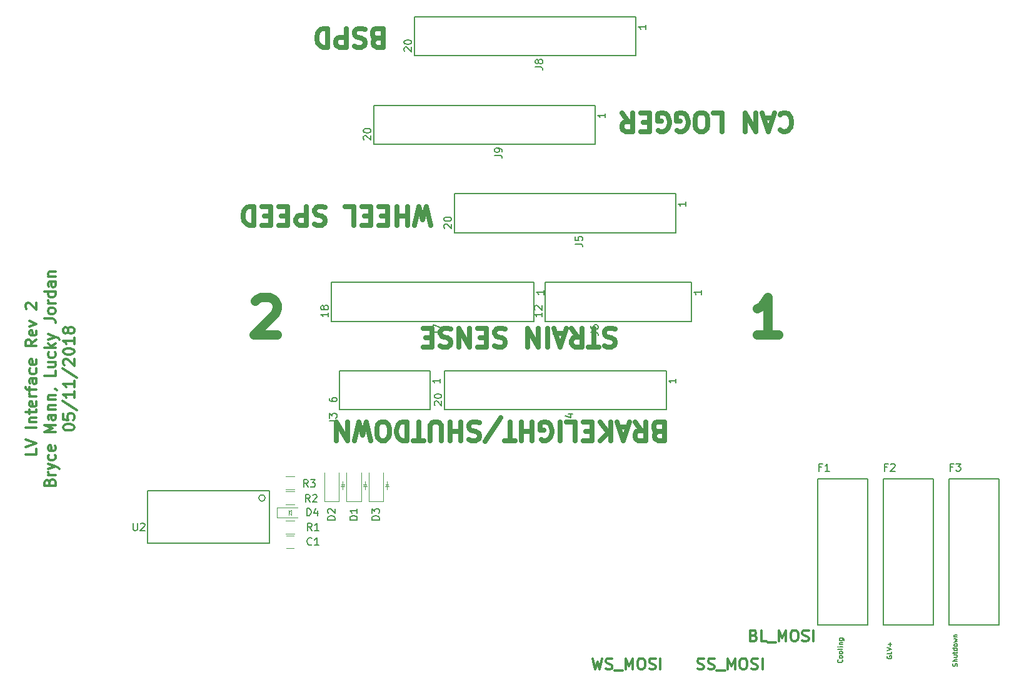
<source format=gbr>
G04 #@! TF.FileFunction,Legend,Top*
%FSLAX46Y46*%
G04 Gerber Fmt 4.6, Leading zero omitted, Abs format (unit mm)*
G04 Created by KiCad (PCBNEW 4.0.7) date 05/11/18 03:08:00*
%MOMM*%
%LPD*%
G01*
G04 APERTURE LIST*
%ADD10C,0.100000*%
%ADD11C,1.270000*%
%ADD12C,0.300000*%
%ADD13C,0.635000*%
%ADD14C,0.159100*%
%ADD15C,0.150000*%
%ADD16C,0.120000*%
G04 APERTURE END LIST*
D10*
D11*
X131626429Y-103263095D02*
X128723572Y-103263095D01*
X130175001Y-103263095D02*
X130175001Y-98183095D01*
X129691191Y-98908810D01*
X129207382Y-99392619D01*
X128723572Y-99634524D01*
X60778572Y-98666905D02*
X61020477Y-98425000D01*
X61504286Y-98183095D01*
X62713810Y-98183095D01*
X63197620Y-98425000D01*
X63439524Y-98666905D01*
X63681429Y-99150714D01*
X63681429Y-99634524D01*
X63439524Y-100360238D01*
X60536667Y-103263095D01*
X63681429Y-103263095D01*
D12*
X106482143Y-147133571D02*
X106839286Y-148633571D01*
X107125000Y-147562143D01*
X107410714Y-148633571D01*
X107767857Y-147133571D01*
X108267857Y-148562143D02*
X108482143Y-148633571D01*
X108839286Y-148633571D01*
X108982143Y-148562143D01*
X109053572Y-148490714D01*
X109125000Y-148347857D01*
X109125000Y-148205000D01*
X109053572Y-148062143D01*
X108982143Y-147990714D01*
X108839286Y-147919286D01*
X108553572Y-147847857D01*
X108410714Y-147776429D01*
X108339286Y-147705000D01*
X108267857Y-147562143D01*
X108267857Y-147419286D01*
X108339286Y-147276429D01*
X108410714Y-147205000D01*
X108553572Y-147133571D01*
X108910714Y-147133571D01*
X109125000Y-147205000D01*
X109410714Y-148776429D02*
X110553571Y-148776429D01*
X110910714Y-148633571D02*
X110910714Y-147133571D01*
X111410714Y-148205000D01*
X111910714Y-147133571D01*
X111910714Y-148633571D01*
X112910714Y-147133571D02*
X113196428Y-147133571D01*
X113339286Y-147205000D01*
X113482143Y-147347857D01*
X113553571Y-147633571D01*
X113553571Y-148133571D01*
X113482143Y-148419286D01*
X113339286Y-148562143D01*
X113196428Y-148633571D01*
X112910714Y-148633571D01*
X112767857Y-148562143D01*
X112625000Y-148419286D01*
X112553571Y-148133571D01*
X112553571Y-147633571D01*
X112625000Y-147347857D01*
X112767857Y-147205000D01*
X112910714Y-147133571D01*
X114125000Y-148562143D02*
X114339286Y-148633571D01*
X114696429Y-148633571D01*
X114839286Y-148562143D01*
X114910715Y-148490714D01*
X114982143Y-148347857D01*
X114982143Y-148205000D01*
X114910715Y-148062143D01*
X114839286Y-147990714D01*
X114696429Y-147919286D01*
X114410715Y-147847857D01*
X114267857Y-147776429D01*
X114196429Y-147705000D01*
X114125000Y-147562143D01*
X114125000Y-147419286D01*
X114196429Y-147276429D01*
X114267857Y-147205000D01*
X114410715Y-147133571D01*
X114767857Y-147133571D01*
X114982143Y-147205000D01*
X115625000Y-148633571D02*
X115625000Y-147133571D01*
X120666429Y-148562143D02*
X120880715Y-148633571D01*
X121237858Y-148633571D01*
X121380715Y-148562143D01*
X121452144Y-148490714D01*
X121523572Y-148347857D01*
X121523572Y-148205000D01*
X121452144Y-148062143D01*
X121380715Y-147990714D01*
X121237858Y-147919286D01*
X120952144Y-147847857D01*
X120809286Y-147776429D01*
X120737858Y-147705000D01*
X120666429Y-147562143D01*
X120666429Y-147419286D01*
X120737858Y-147276429D01*
X120809286Y-147205000D01*
X120952144Y-147133571D01*
X121309286Y-147133571D01*
X121523572Y-147205000D01*
X122095000Y-148562143D02*
X122309286Y-148633571D01*
X122666429Y-148633571D01*
X122809286Y-148562143D01*
X122880715Y-148490714D01*
X122952143Y-148347857D01*
X122952143Y-148205000D01*
X122880715Y-148062143D01*
X122809286Y-147990714D01*
X122666429Y-147919286D01*
X122380715Y-147847857D01*
X122237857Y-147776429D01*
X122166429Y-147705000D01*
X122095000Y-147562143D01*
X122095000Y-147419286D01*
X122166429Y-147276429D01*
X122237857Y-147205000D01*
X122380715Y-147133571D01*
X122737857Y-147133571D01*
X122952143Y-147205000D01*
X123237857Y-148776429D02*
X124380714Y-148776429D01*
X124737857Y-148633571D02*
X124737857Y-147133571D01*
X125237857Y-148205000D01*
X125737857Y-147133571D01*
X125737857Y-148633571D01*
X126737857Y-147133571D02*
X127023571Y-147133571D01*
X127166429Y-147205000D01*
X127309286Y-147347857D01*
X127380714Y-147633571D01*
X127380714Y-148133571D01*
X127309286Y-148419286D01*
X127166429Y-148562143D01*
X127023571Y-148633571D01*
X126737857Y-148633571D01*
X126595000Y-148562143D01*
X126452143Y-148419286D01*
X126380714Y-148133571D01*
X126380714Y-147633571D01*
X126452143Y-147347857D01*
X126595000Y-147205000D01*
X126737857Y-147133571D01*
X127952143Y-148562143D02*
X128166429Y-148633571D01*
X128523572Y-148633571D01*
X128666429Y-148562143D01*
X128737858Y-148490714D01*
X128809286Y-148347857D01*
X128809286Y-148205000D01*
X128737858Y-148062143D01*
X128666429Y-147990714D01*
X128523572Y-147919286D01*
X128237858Y-147847857D01*
X128095000Y-147776429D01*
X128023572Y-147705000D01*
X127952143Y-147562143D01*
X127952143Y-147419286D01*
X128023572Y-147276429D01*
X128095000Y-147205000D01*
X128237858Y-147133571D01*
X128595000Y-147133571D01*
X128809286Y-147205000D01*
X129452143Y-148633571D02*
X129452143Y-147133571D01*
X128294286Y-144037857D02*
X128508572Y-144109286D01*
X128580000Y-144180714D01*
X128651429Y-144323571D01*
X128651429Y-144537857D01*
X128580000Y-144680714D01*
X128508572Y-144752143D01*
X128365714Y-144823571D01*
X127794286Y-144823571D01*
X127794286Y-143323571D01*
X128294286Y-143323571D01*
X128437143Y-143395000D01*
X128508572Y-143466429D01*
X128580000Y-143609286D01*
X128580000Y-143752143D01*
X128508572Y-143895000D01*
X128437143Y-143966429D01*
X128294286Y-144037857D01*
X127794286Y-144037857D01*
X130008572Y-144823571D02*
X129294286Y-144823571D01*
X129294286Y-143323571D01*
X130151429Y-144966429D02*
X131294286Y-144966429D01*
X131651429Y-144823571D02*
X131651429Y-143323571D01*
X132151429Y-144395000D01*
X132651429Y-143323571D01*
X132651429Y-144823571D01*
X133651429Y-143323571D02*
X133937143Y-143323571D01*
X134080001Y-143395000D01*
X134222858Y-143537857D01*
X134294286Y-143823571D01*
X134294286Y-144323571D01*
X134222858Y-144609286D01*
X134080001Y-144752143D01*
X133937143Y-144823571D01*
X133651429Y-144823571D01*
X133508572Y-144752143D01*
X133365715Y-144609286D01*
X133294286Y-144323571D01*
X133294286Y-143823571D01*
X133365715Y-143537857D01*
X133508572Y-143395000D01*
X133651429Y-143323571D01*
X134865715Y-144752143D02*
X135080001Y-144823571D01*
X135437144Y-144823571D01*
X135580001Y-144752143D01*
X135651430Y-144680714D01*
X135722858Y-144537857D01*
X135722858Y-144395000D01*
X135651430Y-144252143D01*
X135580001Y-144180714D01*
X135437144Y-144109286D01*
X135151430Y-144037857D01*
X135008572Y-143966429D01*
X134937144Y-143895000D01*
X134865715Y-143752143D01*
X134865715Y-143609286D01*
X134937144Y-143466429D01*
X135008572Y-143395000D01*
X135151430Y-143323571D01*
X135508572Y-143323571D01*
X135722858Y-143395000D01*
X136365715Y-144823571D02*
X136365715Y-143323571D01*
X31148571Y-118755713D02*
X31148571Y-119469999D01*
X29648571Y-119469999D01*
X29648571Y-118469999D02*
X31148571Y-117969999D01*
X29648571Y-117469999D01*
X31148571Y-115827142D02*
X29648571Y-115827142D01*
X30148571Y-115112856D02*
X31148571Y-115112856D01*
X30291429Y-115112856D02*
X30220000Y-115041428D01*
X30148571Y-114898570D01*
X30148571Y-114684285D01*
X30220000Y-114541428D01*
X30362857Y-114469999D01*
X31148571Y-114469999D01*
X30148571Y-113969999D02*
X30148571Y-113398570D01*
X29648571Y-113755713D02*
X30934286Y-113755713D01*
X31077143Y-113684285D01*
X31148571Y-113541427D01*
X31148571Y-113398570D01*
X31077143Y-112327142D02*
X31148571Y-112469999D01*
X31148571Y-112755713D01*
X31077143Y-112898570D01*
X30934286Y-112969999D01*
X30362857Y-112969999D01*
X30220000Y-112898570D01*
X30148571Y-112755713D01*
X30148571Y-112469999D01*
X30220000Y-112327142D01*
X30362857Y-112255713D01*
X30505714Y-112255713D01*
X30648571Y-112969999D01*
X31148571Y-111612856D02*
X30148571Y-111612856D01*
X30434286Y-111612856D02*
X30291429Y-111541428D01*
X30220000Y-111469999D01*
X30148571Y-111327142D01*
X30148571Y-111184285D01*
X30148571Y-110898571D02*
X30148571Y-110327142D01*
X31148571Y-110684285D02*
X29862857Y-110684285D01*
X29720000Y-110612857D01*
X29648571Y-110469999D01*
X29648571Y-110327142D01*
X31148571Y-109184285D02*
X30362857Y-109184285D01*
X30220000Y-109255714D01*
X30148571Y-109398571D01*
X30148571Y-109684285D01*
X30220000Y-109827142D01*
X31077143Y-109184285D02*
X31148571Y-109327142D01*
X31148571Y-109684285D01*
X31077143Y-109827142D01*
X30934286Y-109898571D01*
X30791429Y-109898571D01*
X30648571Y-109827142D01*
X30577143Y-109684285D01*
X30577143Y-109327142D01*
X30505714Y-109184285D01*
X31077143Y-107827142D02*
X31148571Y-107969999D01*
X31148571Y-108255713D01*
X31077143Y-108398571D01*
X31005714Y-108469999D01*
X30862857Y-108541428D01*
X30434286Y-108541428D01*
X30291429Y-108469999D01*
X30220000Y-108398571D01*
X30148571Y-108255713D01*
X30148571Y-107969999D01*
X30220000Y-107827142D01*
X31077143Y-106612857D02*
X31148571Y-106755714D01*
X31148571Y-107041428D01*
X31077143Y-107184285D01*
X30934286Y-107255714D01*
X30362857Y-107255714D01*
X30220000Y-107184285D01*
X30148571Y-107041428D01*
X30148571Y-106755714D01*
X30220000Y-106612857D01*
X30362857Y-106541428D01*
X30505714Y-106541428D01*
X30648571Y-107255714D01*
X31148571Y-103898571D02*
X30434286Y-104398571D01*
X31148571Y-104755714D02*
X29648571Y-104755714D01*
X29648571Y-104184286D01*
X29720000Y-104041428D01*
X29791429Y-103970000D01*
X29934286Y-103898571D01*
X30148571Y-103898571D01*
X30291429Y-103970000D01*
X30362857Y-104041428D01*
X30434286Y-104184286D01*
X30434286Y-104755714D01*
X31077143Y-102684286D02*
X31148571Y-102827143D01*
X31148571Y-103112857D01*
X31077143Y-103255714D01*
X30934286Y-103327143D01*
X30362857Y-103327143D01*
X30220000Y-103255714D01*
X30148571Y-103112857D01*
X30148571Y-102827143D01*
X30220000Y-102684286D01*
X30362857Y-102612857D01*
X30505714Y-102612857D01*
X30648571Y-103327143D01*
X30148571Y-102112857D02*
X31148571Y-101755714D01*
X30148571Y-101398572D01*
X29791429Y-99755715D02*
X29720000Y-99684286D01*
X29648571Y-99541429D01*
X29648571Y-99184286D01*
X29720000Y-99041429D01*
X29791429Y-98970000D01*
X29934286Y-98898572D01*
X30077143Y-98898572D01*
X30291429Y-98970000D01*
X31148571Y-99827143D01*
X31148571Y-98898572D01*
X32912857Y-123255714D02*
X32984286Y-123041428D01*
X33055714Y-122970000D01*
X33198571Y-122898571D01*
X33412857Y-122898571D01*
X33555714Y-122970000D01*
X33627143Y-123041428D01*
X33698571Y-123184286D01*
X33698571Y-123755714D01*
X32198571Y-123755714D01*
X32198571Y-123255714D01*
X32270000Y-123112857D01*
X32341429Y-123041428D01*
X32484286Y-122970000D01*
X32627143Y-122970000D01*
X32770000Y-123041428D01*
X32841429Y-123112857D01*
X32912857Y-123255714D01*
X32912857Y-123755714D01*
X33698571Y-122255714D02*
X32698571Y-122255714D01*
X32984286Y-122255714D02*
X32841429Y-122184286D01*
X32770000Y-122112857D01*
X32698571Y-121970000D01*
X32698571Y-121827143D01*
X32698571Y-121470000D02*
X33698571Y-121112857D01*
X32698571Y-120755715D02*
X33698571Y-121112857D01*
X34055714Y-121255715D01*
X34127143Y-121327143D01*
X34198571Y-121470000D01*
X33627143Y-119541429D02*
X33698571Y-119684286D01*
X33698571Y-119970000D01*
X33627143Y-120112858D01*
X33555714Y-120184286D01*
X33412857Y-120255715D01*
X32984286Y-120255715D01*
X32841429Y-120184286D01*
X32770000Y-120112858D01*
X32698571Y-119970000D01*
X32698571Y-119684286D01*
X32770000Y-119541429D01*
X33627143Y-118327144D02*
X33698571Y-118470001D01*
X33698571Y-118755715D01*
X33627143Y-118898572D01*
X33484286Y-118970001D01*
X32912857Y-118970001D01*
X32770000Y-118898572D01*
X32698571Y-118755715D01*
X32698571Y-118470001D01*
X32770000Y-118327144D01*
X32912857Y-118255715D01*
X33055714Y-118255715D01*
X33198571Y-118970001D01*
X33698571Y-116470001D02*
X32198571Y-116470001D01*
X33270000Y-115970001D01*
X32198571Y-115470001D01*
X33698571Y-115470001D01*
X33698571Y-114112858D02*
X32912857Y-114112858D01*
X32770000Y-114184287D01*
X32698571Y-114327144D01*
X32698571Y-114612858D01*
X32770000Y-114755715D01*
X33627143Y-114112858D02*
X33698571Y-114255715D01*
X33698571Y-114612858D01*
X33627143Y-114755715D01*
X33484286Y-114827144D01*
X33341429Y-114827144D01*
X33198571Y-114755715D01*
X33127143Y-114612858D01*
X33127143Y-114255715D01*
X33055714Y-114112858D01*
X32698571Y-113398572D02*
X33698571Y-113398572D01*
X32841429Y-113398572D02*
X32770000Y-113327144D01*
X32698571Y-113184286D01*
X32698571Y-112970001D01*
X32770000Y-112827144D01*
X32912857Y-112755715D01*
X33698571Y-112755715D01*
X32698571Y-112041429D02*
X33698571Y-112041429D01*
X32841429Y-112041429D02*
X32770000Y-111970001D01*
X32698571Y-111827143D01*
X32698571Y-111612858D01*
X32770000Y-111470001D01*
X32912857Y-111398572D01*
X33698571Y-111398572D01*
X33627143Y-110612858D02*
X33698571Y-110612858D01*
X33841429Y-110684286D01*
X33912857Y-110755715D01*
X33698571Y-108112857D02*
X33698571Y-108827143D01*
X32198571Y-108827143D01*
X32698571Y-106970000D02*
X33698571Y-106970000D01*
X32698571Y-107612857D02*
X33484286Y-107612857D01*
X33627143Y-107541429D01*
X33698571Y-107398571D01*
X33698571Y-107184286D01*
X33627143Y-107041429D01*
X33555714Y-106970000D01*
X33627143Y-105612857D02*
X33698571Y-105755714D01*
X33698571Y-106041428D01*
X33627143Y-106184286D01*
X33555714Y-106255714D01*
X33412857Y-106327143D01*
X32984286Y-106327143D01*
X32841429Y-106255714D01*
X32770000Y-106184286D01*
X32698571Y-106041428D01*
X32698571Y-105755714D01*
X32770000Y-105612857D01*
X33698571Y-104970000D02*
X32198571Y-104970000D01*
X33127143Y-104827143D02*
X33698571Y-104398572D01*
X32698571Y-104398572D02*
X33270000Y-104970000D01*
X32698571Y-103898571D02*
X33698571Y-103541428D01*
X32698571Y-103184286D02*
X33698571Y-103541428D01*
X34055714Y-103684286D01*
X34127143Y-103755714D01*
X34198571Y-103898571D01*
X32198571Y-101041429D02*
X33270000Y-101041429D01*
X33484286Y-101112857D01*
X33627143Y-101255714D01*
X33698571Y-101470000D01*
X33698571Y-101612857D01*
X33698571Y-100112857D02*
X33627143Y-100255715D01*
X33555714Y-100327143D01*
X33412857Y-100398572D01*
X32984286Y-100398572D01*
X32841429Y-100327143D01*
X32770000Y-100255715D01*
X32698571Y-100112857D01*
X32698571Y-99898572D01*
X32770000Y-99755715D01*
X32841429Y-99684286D01*
X32984286Y-99612857D01*
X33412857Y-99612857D01*
X33555714Y-99684286D01*
X33627143Y-99755715D01*
X33698571Y-99898572D01*
X33698571Y-100112857D01*
X33698571Y-98970000D02*
X32698571Y-98970000D01*
X32984286Y-98970000D02*
X32841429Y-98898572D01*
X32770000Y-98827143D01*
X32698571Y-98684286D01*
X32698571Y-98541429D01*
X33698571Y-97398572D02*
X32198571Y-97398572D01*
X33627143Y-97398572D02*
X33698571Y-97541429D01*
X33698571Y-97827143D01*
X33627143Y-97970001D01*
X33555714Y-98041429D01*
X33412857Y-98112858D01*
X32984286Y-98112858D01*
X32841429Y-98041429D01*
X32770000Y-97970001D01*
X32698571Y-97827143D01*
X32698571Y-97541429D01*
X32770000Y-97398572D01*
X33698571Y-96041429D02*
X32912857Y-96041429D01*
X32770000Y-96112858D01*
X32698571Y-96255715D01*
X32698571Y-96541429D01*
X32770000Y-96684286D01*
X33627143Y-96041429D02*
X33698571Y-96184286D01*
X33698571Y-96541429D01*
X33627143Y-96684286D01*
X33484286Y-96755715D01*
X33341429Y-96755715D01*
X33198571Y-96684286D01*
X33127143Y-96541429D01*
X33127143Y-96184286D01*
X33055714Y-96041429D01*
X32698571Y-95327143D02*
X33698571Y-95327143D01*
X32841429Y-95327143D02*
X32770000Y-95255715D01*
X32698571Y-95112857D01*
X32698571Y-94898572D01*
X32770000Y-94755715D01*
X32912857Y-94684286D01*
X33698571Y-94684286D01*
X34748571Y-115862856D02*
X34748571Y-115719999D01*
X34820000Y-115577142D01*
X34891429Y-115505713D01*
X35034286Y-115434284D01*
X35320000Y-115362856D01*
X35677143Y-115362856D01*
X35962857Y-115434284D01*
X36105714Y-115505713D01*
X36177143Y-115577142D01*
X36248571Y-115719999D01*
X36248571Y-115862856D01*
X36177143Y-116005713D01*
X36105714Y-116077142D01*
X35962857Y-116148570D01*
X35677143Y-116219999D01*
X35320000Y-116219999D01*
X35034286Y-116148570D01*
X34891429Y-116077142D01*
X34820000Y-116005713D01*
X34748571Y-115862856D01*
X34748571Y-114005713D02*
X34748571Y-114719999D01*
X35462857Y-114791428D01*
X35391429Y-114719999D01*
X35320000Y-114577142D01*
X35320000Y-114219999D01*
X35391429Y-114077142D01*
X35462857Y-114005713D01*
X35605714Y-113934285D01*
X35962857Y-113934285D01*
X36105714Y-114005713D01*
X36177143Y-114077142D01*
X36248571Y-114219999D01*
X36248571Y-114577142D01*
X36177143Y-114719999D01*
X36105714Y-114791428D01*
X34677143Y-112220000D02*
X36605714Y-113505714D01*
X36248571Y-110934285D02*
X36248571Y-111791428D01*
X36248571Y-111362856D02*
X34748571Y-111362856D01*
X34962857Y-111505713D01*
X35105714Y-111648571D01*
X35177143Y-111791428D01*
X36248571Y-109505714D02*
X36248571Y-110362857D01*
X36248571Y-109934285D02*
X34748571Y-109934285D01*
X34962857Y-110077142D01*
X35105714Y-110220000D01*
X35177143Y-110362857D01*
X34677143Y-107791429D02*
X36605714Y-109077143D01*
X34891429Y-107362857D02*
X34820000Y-107291428D01*
X34748571Y-107148571D01*
X34748571Y-106791428D01*
X34820000Y-106648571D01*
X34891429Y-106577142D01*
X35034286Y-106505714D01*
X35177143Y-106505714D01*
X35391429Y-106577142D01*
X36248571Y-107434285D01*
X36248571Y-106505714D01*
X34748571Y-105577143D02*
X34748571Y-105434286D01*
X34820000Y-105291429D01*
X34891429Y-105220000D01*
X35034286Y-105148571D01*
X35320000Y-105077143D01*
X35677143Y-105077143D01*
X35962857Y-105148571D01*
X36105714Y-105220000D01*
X36177143Y-105291429D01*
X36248571Y-105434286D01*
X36248571Y-105577143D01*
X36177143Y-105720000D01*
X36105714Y-105791429D01*
X35962857Y-105862857D01*
X35677143Y-105934286D01*
X35320000Y-105934286D01*
X35034286Y-105862857D01*
X34891429Y-105791429D01*
X34820000Y-105720000D01*
X34748571Y-105577143D01*
X36248571Y-103648572D02*
X36248571Y-104505715D01*
X36248571Y-104077143D02*
X34748571Y-104077143D01*
X34962857Y-104220000D01*
X35105714Y-104362858D01*
X35177143Y-104505715D01*
X35391429Y-102791429D02*
X35320000Y-102934287D01*
X35248571Y-103005715D01*
X35105714Y-103077144D01*
X35034286Y-103077144D01*
X34891429Y-103005715D01*
X34820000Y-102934287D01*
X34748571Y-102791429D01*
X34748571Y-102505715D01*
X34820000Y-102362858D01*
X34891429Y-102291429D01*
X35034286Y-102220001D01*
X35105714Y-102220001D01*
X35248571Y-102291429D01*
X35320000Y-102362858D01*
X35391429Y-102505715D01*
X35391429Y-102791429D01*
X35462857Y-102934287D01*
X35534286Y-103005715D01*
X35677143Y-103077144D01*
X35962857Y-103077144D01*
X36105714Y-103005715D01*
X36177143Y-102934287D01*
X36248571Y-102791429D01*
X36248571Y-102505715D01*
X36177143Y-102362858D01*
X36105714Y-102291429D01*
X35962857Y-102220001D01*
X35677143Y-102220001D01*
X35534286Y-102291429D01*
X35462857Y-102362858D01*
X35391429Y-102505715D01*
D13*
X115328093Y-116386429D02*
X114965236Y-116265476D01*
X114844284Y-116144524D01*
X114723332Y-115902619D01*
X114723332Y-115539762D01*
X114844284Y-115297857D01*
X114965236Y-115176905D01*
X115207141Y-115055952D01*
X116174760Y-115055952D01*
X116174760Y-117595952D01*
X115328093Y-117595952D01*
X115086189Y-117475000D01*
X114965236Y-117354048D01*
X114844284Y-117112143D01*
X114844284Y-116870238D01*
X114965236Y-116628333D01*
X115086189Y-116507381D01*
X115328093Y-116386429D01*
X116174760Y-116386429D01*
X112183332Y-115055952D02*
X113029998Y-116265476D01*
X113634760Y-115055952D02*
X113634760Y-117595952D01*
X112667141Y-117595952D01*
X112425236Y-117475000D01*
X112304284Y-117354048D01*
X112183332Y-117112143D01*
X112183332Y-116749286D01*
X112304284Y-116507381D01*
X112425236Y-116386429D01*
X112667141Y-116265476D01*
X113634760Y-116265476D01*
X111215712Y-115781667D02*
X110006189Y-115781667D01*
X111457617Y-115055952D02*
X110610951Y-117595952D01*
X109764284Y-115055952D01*
X108917617Y-115055952D02*
X108917617Y-117595952D01*
X107466189Y-115055952D02*
X108554760Y-116507381D01*
X107466189Y-117595952D02*
X108917617Y-116144524D01*
X106377617Y-116386429D02*
X105530950Y-116386429D01*
X105168093Y-115055952D02*
X106377617Y-115055952D01*
X106377617Y-117595952D01*
X105168093Y-117595952D01*
X102869998Y-115055952D02*
X104079522Y-115055952D01*
X104079522Y-117595952D01*
X102023332Y-115055952D02*
X102023332Y-117595952D01*
X99483332Y-117475000D02*
X99725237Y-117595952D01*
X100088094Y-117595952D01*
X100450951Y-117475000D01*
X100692856Y-117233095D01*
X100813808Y-116991190D01*
X100934760Y-116507381D01*
X100934760Y-116144524D01*
X100813808Y-115660714D01*
X100692856Y-115418810D01*
X100450951Y-115176905D01*
X100088094Y-115055952D01*
X99846189Y-115055952D01*
X99483332Y-115176905D01*
X99362380Y-115297857D01*
X99362380Y-116144524D01*
X99846189Y-116144524D01*
X98273808Y-115055952D02*
X98273808Y-117595952D01*
X98273808Y-116386429D02*
X96822380Y-116386429D01*
X96822380Y-115055952D02*
X96822380Y-117595952D01*
X95975713Y-117595952D02*
X94524285Y-117595952D01*
X95249999Y-115055952D02*
X95249999Y-117595952D01*
X91863332Y-117716905D02*
X94040475Y-114451190D01*
X91137618Y-115176905D02*
X90774761Y-115055952D01*
X90169999Y-115055952D01*
X89928095Y-115176905D01*
X89807142Y-115297857D01*
X89686190Y-115539762D01*
X89686190Y-115781667D01*
X89807142Y-116023571D01*
X89928095Y-116144524D01*
X90169999Y-116265476D01*
X90653809Y-116386429D01*
X90895714Y-116507381D01*
X91016666Y-116628333D01*
X91137618Y-116870238D01*
X91137618Y-117112143D01*
X91016666Y-117354048D01*
X90895714Y-117475000D01*
X90653809Y-117595952D01*
X90049047Y-117595952D01*
X89686190Y-117475000D01*
X88597618Y-115055952D02*
X88597618Y-117595952D01*
X88597618Y-116386429D02*
X87146190Y-116386429D01*
X87146190Y-115055952D02*
X87146190Y-117595952D01*
X85936666Y-117595952D02*
X85936666Y-115539762D01*
X85815714Y-115297857D01*
X85694761Y-115176905D01*
X85452857Y-115055952D01*
X84969047Y-115055952D01*
X84727142Y-115176905D01*
X84606190Y-115297857D01*
X84485238Y-115539762D01*
X84485238Y-117595952D01*
X83638571Y-117595952D02*
X82187143Y-117595952D01*
X82912857Y-115055952D02*
X82912857Y-117595952D01*
X81340476Y-115055952D02*
X81340476Y-117595952D01*
X80735714Y-117595952D01*
X80372857Y-117475000D01*
X80130952Y-117233095D01*
X80010000Y-116991190D01*
X79889048Y-116507381D01*
X79889048Y-116144524D01*
X80010000Y-115660714D01*
X80130952Y-115418810D01*
X80372857Y-115176905D01*
X80735714Y-115055952D01*
X81340476Y-115055952D01*
X78316667Y-117595952D02*
X77832857Y-117595952D01*
X77590952Y-117475000D01*
X77349048Y-117233095D01*
X77228095Y-116749286D01*
X77228095Y-115902619D01*
X77349048Y-115418810D01*
X77590952Y-115176905D01*
X77832857Y-115055952D01*
X78316667Y-115055952D01*
X78558571Y-115176905D01*
X78800476Y-115418810D01*
X78921428Y-115902619D01*
X78921428Y-116749286D01*
X78800476Y-117233095D01*
X78558571Y-117475000D01*
X78316667Y-117595952D01*
X76381429Y-117595952D02*
X75776667Y-115055952D01*
X75292857Y-116870238D01*
X74809048Y-115055952D01*
X74204286Y-117595952D01*
X73236667Y-115055952D02*
X73236667Y-117595952D01*
X71785239Y-115055952D01*
X71785239Y-117595952D01*
X109522380Y-102476905D02*
X109159523Y-102355952D01*
X108554761Y-102355952D01*
X108312857Y-102476905D01*
X108191904Y-102597857D01*
X108070952Y-102839762D01*
X108070952Y-103081667D01*
X108191904Y-103323571D01*
X108312857Y-103444524D01*
X108554761Y-103565476D01*
X109038571Y-103686429D01*
X109280476Y-103807381D01*
X109401428Y-103928333D01*
X109522380Y-104170238D01*
X109522380Y-104412143D01*
X109401428Y-104654048D01*
X109280476Y-104775000D01*
X109038571Y-104895952D01*
X108433809Y-104895952D01*
X108070952Y-104775000D01*
X107345237Y-104895952D02*
X105893809Y-104895952D01*
X106619523Y-102355952D02*
X106619523Y-104895952D01*
X103595714Y-102355952D02*
X104442380Y-103565476D01*
X105047142Y-102355952D02*
X105047142Y-104895952D01*
X104079523Y-104895952D01*
X103837618Y-104775000D01*
X103716666Y-104654048D01*
X103595714Y-104412143D01*
X103595714Y-104049286D01*
X103716666Y-103807381D01*
X103837618Y-103686429D01*
X104079523Y-103565476D01*
X105047142Y-103565476D01*
X102628094Y-103081667D02*
X101418571Y-103081667D01*
X102869999Y-102355952D02*
X102023333Y-104895952D01*
X101176666Y-102355952D01*
X100329999Y-102355952D02*
X100329999Y-104895952D01*
X99120475Y-102355952D02*
X99120475Y-104895952D01*
X97669047Y-102355952D01*
X97669047Y-104895952D01*
X94645237Y-102476905D02*
X94282380Y-102355952D01*
X93677618Y-102355952D01*
X93435714Y-102476905D01*
X93314761Y-102597857D01*
X93193809Y-102839762D01*
X93193809Y-103081667D01*
X93314761Y-103323571D01*
X93435714Y-103444524D01*
X93677618Y-103565476D01*
X94161428Y-103686429D01*
X94403333Y-103807381D01*
X94524285Y-103928333D01*
X94645237Y-104170238D01*
X94645237Y-104412143D01*
X94524285Y-104654048D01*
X94403333Y-104775000D01*
X94161428Y-104895952D01*
X93556666Y-104895952D01*
X93193809Y-104775000D01*
X92105237Y-103686429D02*
X91258570Y-103686429D01*
X90895713Y-102355952D02*
X92105237Y-102355952D01*
X92105237Y-104895952D01*
X90895713Y-104895952D01*
X89807142Y-102355952D02*
X89807142Y-104895952D01*
X88355714Y-102355952D01*
X88355714Y-104895952D01*
X87267142Y-102476905D02*
X86904285Y-102355952D01*
X86299523Y-102355952D01*
X86057619Y-102476905D01*
X85936666Y-102597857D01*
X85815714Y-102839762D01*
X85815714Y-103081667D01*
X85936666Y-103323571D01*
X86057619Y-103444524D01*
X86299523Y-103565476D01*
X86783333Y-103686429D01*
X87025238Y-103807381D01*
X87146190Y-103928333D01*
X87267142Y-104170238D01*
X87267142Y-104412143D01*
X87146190Y-104654048D01*
X87025238Y-104775000D01*
X86783333Y-104895952D01*
X86178571Y-104895952D01*
X85815714Y-104775000D01*
X84727142Y-103686429D02*
X83880475Y-103686429D01*
X83517618Y-102355952D02*
X84727142Y-102355952D01*
X84727142Y-104895952D01*
X83517618Y-104895952D01*
X84515475Y-88385952D02*
X83910713Y-85845952D01*
X83426903Y-87660238D01*
X82943094Y-85845952D01*
X82338332Y-88385952D01*
X81370713Y-85845952D02*
X81370713Y-88385952D01*
X81370713Y-87176429D02*
X79919285Y-87176429D01*
X79919285Y-85845952D02*
X79919285Y-88385952D01*
X78709761Y-87176429D02*
X77863094Y-87176429D01*
X77500237Y-85845952D02*
X78709761Y-85845952D01*
X78709761Y-88385952D01*
X77500237Y-88385952D01*
X76411666Y-87176429D02*
X75564999Y-87176429D01*
X75202142Y-85845952D02*
X76411666Y-85845952D01*
X76411666Y-88385952D01*
X75202142Y-88385952D01*
X72904047Y-85845952D02*
X74113571Y-85845952D01*
X74113571Y-88385952D01*
X70243095Y-85966905D02*
X69880238Y-85845952D01*
X69275476Y-85845952D01*
X69033572Y-85966905D01*
X68912619Y-86087857D01*
X68791667Y-86329762D01*
X68791667Y-86571667D01*
X68912619Y-86813571D01*
X69033572Y-86934524D01*
X69275476Y-87055476D01*
X69759286Y-87176429D01*
X70001191Y-87297381D01*
X70122143Y-87418333D01*
X70243095Y-87660238D01*
X70243095Y-87902143D01*
X70122143Y-88144048D01*
X70001191Y-88265000D01*
X69759286Y-88385952D01*
X69154524Y-88385952D01*
X68791667Y-88265000D01*
X67703095Y-85845952D02*
X67703095Y-88385952D01*
X66735476Y-88385952D01*
X66493571Y-88265000D01*
X66372619Y-88144048D01*
X66251667Y-87902143D01*
X66251667Y-87539286D01*
X66372619Y-87297381D01*
X66493571Y-87176429D01*
X66735476Y-87055476D01*
X67703095Y-87055476D01*
X65163095Y-87176429D02*
X64316428Y-87176429D01*
X63953571Y-85845952D02*
X65163095Y-85845952D01*
X65163095Y-88385952D01*
X63953571Y-88385952D01*
X62865000Y-87176429D02*
X62018333Y-87176429D01*
X61655476Y-85845952D02*
X62865000Y-85845952D01*
X62865000Y-88385952D01*
X61655476Y-88385952D01*
X60566905Y-85845952D02*
X60566905Y-88385952D01*
X59962143Y-88385952D01*
X59599286Y-88265000D01*
X59357381Y-88023095D01*
X59236429Y-87781190D01*
X59115477Y-87297381D01*
X59115477Y-86934524D01*
X59236429Y-86450714D01*
X59357381Y-86208810D01*
X59599286Y-85966905D01*
X59962143Y-85845952D01*
X60566905Y-85845952D01*
X131838095Y-73387857D02*
X131959047Y-73266905D01*
X132321904Y-73145952D01*
X132563809Y-73145952D01*
X132926666Y-73266905D01*
X133168571Y-73508810D01*
X133289523Y-73750714D01*
X133410475Y-74234524D01*
X133410475Y-74597381D01*
X133289523Y-75081190D01*
X133168571Y-75323095D01*
X132926666Y-75565000D01*
X132563809Y-75685952D01*
X132321904Y-75685952D01*
X131959047Y-75565000D01*
X131838095Y-75444048D01*
X130870475Y-73871667D02*
X129660952Y-73871667D01*
X131112380Y-73145952D02*
X130265714Y-75685952D01*
X129419047Y-73145952D01*
X128572380Y-73145952D02*
X128572380Y-75685952D01*
X127120952Y-73145952D01*
X127120952Y-75685952D01*
X122766666Y-73145952D02*
X123976190Y-73145952D01*
X123976190Y-75685952D01*
X121436191Y-75685952D02*
X120952381Y-75685952D01*
X120710476Y-75565000D01*
X120468572Y-75323095D01*
X120347619Y-74839286D01*
X120347619Y-73992619D01*
X120468572Y-73508810D01*
X120710476Y-73266905D01*
X120952381Y-73145952D01*
X121436191Y-73145952D01*
X121678095Y-73266905D01*
X121920000Y-73508810D01*
X122040952Y-73992619D01*
X122040952Y-74839286D01*
X121920000Y-75323095D01*
X121678095Y-75565000D01*
X121436191Y-75685952D01*
X117928572Y-75565000D02*
X118170477Y-75685952D01*
X118533334Y-75685952D01*
X118896191Y-75565000D01*
X119138096Y-75323095D01*
X119259048Y-75081190D01*
X119380000Y-74597381D01*
X119380000Y-74234524D01*
X119259048Y-73750714D01*
X119138096Y-73508810D01*
X118896191Y-73266905D01*
X118533334Y-73145952D01*
X118291429Y-73145952D01*
X117928572Y-73266905D01*
X117807620Y-73387857D01*
X117807620Y-74234524D01*
X118291429Y-74234524D01*
X115388572Y-75565000D02*
X115630477Y-75685952D01*
X115993334Y-75685952D01*
X116356191Y-75565000D01*
X116598096Y-75323095D01*
X116719048Y-75081190D01*
X116840000Y-74597381D01*
X116840000Y-74234524D01*
X116719048Y-73750714D01*
X116598096Y-73508810D01*
X116356191Y-73266905D01*
X115993334Y-73145952D01*
X115751429Y-73145952D01*
X115388572Y-73266905D01*
X115267620Y-73387857D01*
X115267620Y-74234524D01*
X115751429Y-74234524D01*
X114179048Y-74476429D02*
X113332381Y-74476429D01*
X112969524Y-73145952D02*
X114179048Y-73145952D01*
X114179048Y-75685952D01*
X112969524Y-75685952D01*
X110429525Y-73145952D02*
X111276191Y-74355476D01*
X111880953Y-73145952D02*
X111880953Y-75685952D01*
X110913334Y-75685952D01*
X110671429Y-75565000D01*
X110550477Y-75444048D01*
X110429525Y-75202143D01*
X110429525Y-74839286D01*
X110550477Y-74597381D01*
X110671429Y-74476429D01*
X110913334Y-74355476D01*
X111880953Y-74355476D01*
X77228095Y-63046429D02*
X76865238Y-62925476D01*
X76744286Y-62804524D01*
X76623334Y-62562619D01*
X76623334Y-62199762D01*
X76744286Y-61957857D01*
X76865238Y-61836905D01*
X77107143Y-61715952D01*
X78074762Y-61715952D01*
X78074762Y-64255952D01*
X77228095Y-64255952D01*
X76986191Y-64135000D01*
X76865238Y-64014048D01*
X76744286Y-63772143D01*
X76744286Y-63530238D01*
X76865238Y-63288333D01*
X76986191Y-63167381D01*
X77228095Y-63046429D01*
X78074762Y-63046429D01*
X75655714Y-61836905D02*
X75292857Y-61715952D01*
X74688095Y-61715952D01*
X74446191Y-61836905D01*
X74325238Y-61957857D01*
X74204286Y-62199762D01*
X74204286Y-62441667D01*
X74325238Y-62683571D01*
X74446191Y-62804524D01*
X74688095Y-62925476D01*
X75171905Y-63046429D01*
X75413810Y-63167381D01*
X75534762Y-63288333D01*
X75655714Y-63530238D01*
X75655714Y-63772143D01*
X75534762Y-64014048D01*
X75413810Y-64135000D01*
X75171905Y-64255952D01*
X74567143Y-64255952D01*
X74204286Y-64135000D01*
X73115714Y-61715952D02*
X73115714Y-64255952D01*
X72148095Y-64255952D01*
X71906190Y-64135000D01*
X71785238Y-64014048D01*
X71664286Y-63772143D01*
X71664286Y-63409286D01*
X71785238Y-63167381D01*
X71906190Y-63046429D01*
X72148095Y-62925476D01*
X73115714Y-62925476D01*
X70575714Y-61715952D02*
X70575714Y-64255952D01*
X69970952Y-64255952D01*
X69608095Y-64135000D01*
X69366190Y-63893095D01*
X69245238Y-63651190D01*
X69124286Y-63167381D01*
X69124286Y-62804524D01*
X69245238Y-62320714D01*
X69366190Y-62078810D01*
X69608095Y-61836905D01*
X69970952Y-61715952D01*
X70575714Y-61715952D01*
D14*
X155832590Y-148186484D02*
X155862895Y-148095570D01*
X155862895Y-147944046D01*
X155832590Y-147883436D01*
X155802286Y-147853132D01*
X155741676Y-147822827D01*
X155681067Y-147822827D01*
X155620457Y-147853132D01*
X155590152Y-147883436D01*
X155559848Y-147944046D01*
X155529543Y-148065265D01*
X155499238Y-148125874D01*
X155468933Y-148156179D01*
X155408324Y-148186484D01*
X155347714Y-148186484D01*
X155287105Y-148156179D01*
X155256800Y-148125874D01*
X155226495Y-148065265D01*
X155226495Y-147913741D01*
X155256800Y-147822827D01*
X155862895Y-147550084D02*
X155226495Y-147550084D01*
X155862895Y-147277341D02*
X155529543Y-147277341D01*
X155468933Y-147307646D01*
X155438629Y-147368256D01*
X155438629Y-147459170D01*
X155468933Y-147519779D01*
X155499238Y-147550084D01*
X155438629Y-146701551D02*
X155862895Y-146701551D01*
X155438629Y-146974294D02*
X155771981Y-146974294D01*
X155832590Y-146943989D01*
X155862895Y-146883380D01*
X155862895Y-146792466D01*
X155832590Y-146731856D01*
X155802286Y-146701551D01*
X155438629Y-146489418D02*
X155438629Y-146246980D01*
X155226495Y-146398504D02*
X155771981Y-146398504D01*
X155832590Y-146368199D01*
X155862895Y-146307590D01*
X155862895Y-146246980D01*
X155862895Y-145762104D02*
X155226495Y-145762104D01*
X155832590Y-145762104D02*
X155862895Y-145822714D01*
X155862895Y-145943933D01*
X155832590Y-146004542D01*
X155802286Y-146034847D01*
X155741676Y-146065152D01*
X155559848Y-146065152D01*
X155499238Y-146034847D01*
X155468933Y-146004542D01*
X155438629Y-145943933D01*
X155438629Y-145822714D01*
X155468933Y-145762104D01*
X155862895Y-145368143D02*
X155832590Y-145428752D01*
X155802286Y-145459057D01*
X155741676Y-145489362D01*
X155559848Y-145489362D01*
X155499238Y-145459057D01*
X155468933Y-145428752D01*
X155438629Y-145368143D01*
X155438629Y-145277229D01*
X155468933Y-145216619D01*
X155499238Y-145186314D01*
X155559848Y-145156010D01*
X155741676Y-145156010D01*
X155802286Y-145186314D01*
X155832590Y-145216619D01*
X155862895Y-145277229D01*
X155862895Y-145368143D01*
X155438629Y-144943877D02*
X155862895Y-144822658D01*
X155559848Y-144701439D01*
X155862895Y-144580220D01*
X155438629Y-144459001D01*
X155438629Y-144216562D02*
X155862895Y-144216562D01*
X155499238Y-144216562D02*
X155468933Y-144186257D01*
X155438629Y-144125648D01*
X155438629Y-144034734D01*
X155468933Y-143974124D01*
X155529543Y-143943819D01*
X155862895Y-143943819D01*
X146366800Y-146807619D02*
X146336495Y-146868228D01*
X146336495Y-146959143D01*
X146366800Y-147050057D01*
X146427410Y-147110666D01*
X146488019Y-147140971D01*
X146609238Y-147171276D01*
X146700152Y-147171276D01*
X146821371Y-147140971D01*
X146881981Y-147110666D01*
X146942590Y-147050057D01*
X146972895Y-146959143D01*
X146972895Y-146898533D01*
X146942590Y-146807619D01*
X146912286Y-146777314D01*
X146700152Y-146777314D01*
X146700152Y-146898533D01*
X146972895Y-146201524D02*
X146972895Y-146504571D01*
X146336495Y-146504571D01*
X146336495Y-146080304D02*
X146972895Y-145868171D01*
X146336495Y-145656038D01*
X146730457Y-145443904D02*
X146730457Y-144959028D01*
X146972895Y-145201466D02*
X146488019Y-145201466D01*
X140227286Y-147322799D02*
X140257590Y-147353104D01*
X140287895Y-147444018D01*
X140287895Y-147504628D01*
X140257590Y-147595542D01*
X140196981Y-147656151D01*
X140136371Y-147686456D01*
X140015152Y-147716761D01*
X139924238Y-147716761D01*
X139803019Y-147686456D01*
X139742410Y-147656151D01*
X139681800Y-147595542D01*
X139651495Y-147504628D01*
X139651495Y-147444018D01*
X139681800Y-147353104D01*
X139712105Y-147322799D01*
X140287895Y-146959142D02*
X140257590Y-147019751D01*
X140227286Y-147050056D01*
X140166676Y-147080361D01*
X139984848Y-147080361D01*
X139924238Y-147050056D01*
X139893933Y-147019751D01*
X139863629Y-146959142D01*
X139863629Y-146868228D01*
X139893933Y-146807618D01*
X139924238Y-146777313D01*
X139984848Y-146747009D01*
X140166676Y-146747009D01*
X140227286Y-146777313D01*
X140257590Y-146807618D01*
X140287895Y-146868228D01*
X140287895Y-146959142D01*
X140287895Y-146383352D02*
X140257590Y-146443961D01*
X140227286Y-146474266D01*
X140166676Y-146504571D01*
X139984848Y-146504571D01*
X139924238Y-146474266D01*
X139893933Y-146443961D01*
X139863629Y-146383352D01*
X139863629Y-146292438D01*
X139893933Y-146231828D01*
X139924238Y-146201523D01*
X139984848Y-146171219D01*
X140166676Y-146171219D01*
X140227286Y-146201523D01*
X140257590Y-146231828D01*
X140287895Y-146292438D01*
X140287895Y-146383352D01*
X140287895Y-145807562D02*
X140257590Y-145868171D01*
X140196981Y-145898476D01*
X139651495Y-145898476D01*
X140287895Y-145565124D02*
X139863629Y-145565124D01*
X139651495Y-145565124D02*
X139681800Y-145595429D01*
X139712105Y-145565124D01*
X139681800Y-145534819D01*
X139651495Y-145565124D01*
X139712105Y-145565124D01*
X139863629Y-145262076D02*
X140287895Y-145262076D01*
X139924238Y-145262076D02*
X139893933Y-145231771D01*
X139863629Y-145171162D01*
X139863629Y-145080248D01*
X139893933Y-145019638D01*
X139954543Y-144989333D01*
X140287895Y-144989333D01*
X139863629Y-144413543D02*
X140378810Y-144413543D01*
X140439419Y-144443848D01*
X140469724Y-144474153D01*
X140500029Y-144534762D01*
X140500029Y-144625677D01*
X140469724Y-144686286D01*
X140257590Y-144413543D02*
X140287895Y-144474153D01*
X140287895Y-144595372D01*
X140257590Y-144655981D01*
X140227286Y-144686286D01*
X140166676Y-144716591D01*
X139984848Y-144716591D01*
X139924238Y-144686286D01*
X139893933Y-144655981D01*
X139863629Y-144595372D01*
X139863629Y-144474153D01*
X139893933Y-144413543D01*
D15*
X145846800Y-122809000D02*
X145846800Y-142621000D01*
X152603200Y-142621000D02*
X152603200Y-122809000D01*
X152603200Y-142621000D02*
X145846800Y-142621000D01*
X145846800Y-122809000D02*
X152603200Y-122809000D01*
X87730000Y-84120000D02*
X87730000Y-89420000D01*
X117740000Y-84120000D02*
X117740000Y-89420000D01*
X87730000Y-84120000D02*
X117740000Y-84120000D01*
X87730000Y-89420000D02*
X117740000Y-89420000D01*
D16*
X64988000Y-132192000D02*
X65988000Y-132192000D01*
X65988000Y-130492000D02*
X64988000Y-130492000D01*
D10*
X75617200Y-123518800D02*
X75617200Y-123118800D01*
X75617200Y-123818800D02*
X75417200Y-123518800D01*
X75417200Y-123518800D02*
X75817200Y-123518800D01*
X75817200Y-123518800D02*
X75617200Y-123818800D01*
X75617200Y-124218800D02*
X75617200Y-123818800D01*
X75617200Y-123818800D02*
X75367200Y-123818800D01*
X75367200Y-123818800D02*
X75867200Y-123818800D01*
D16*
X73117200Y-125818800D02*
X75117200Y-125818800D01*
X75117200Y-125818800D02*
X75117200Y-121968800D01*
X73117200Y-125818800D02*
X73117200Y-121968800D01*
D10*
X72620000Y-123522000D02*
X72620000Y-123122000D01*
X72620000Y-123822000D02*
X72420000Y-123522000D01*
X72420000Y-123522000D02*
X72820000Y-123522000D01*
X72820000Y-123522000D02*
X72620000Y-123822000D01*
X72620000Y-124222000D02*
X72620000Y-123822000D01*
X72620000Y-123822000D02*
X72370000Y-123822000D01*
X72370000Y-123822000D02*
X72870000Y-123822000D01*
D16*
X70120000Y-125822000D02*
X72120000Y-125822000D01*
X72120000Y-125822000D02*
X72120000Y-121972000D01*
X70120000Y-125822000D02*
X70120000Y-121972000D01*
D10*
X78614400Y-123518800D02*
X78614400Y-123118800D01*
X78614400Y-123818800D02*
X78414400Y-123518800D01*
X78414400Y-123518800D02*
X78814400Y-123518800D01*
X78814400Y-123518800D02*
X78614400Y-123818800D01*
X78614400Y-124218800D02*
X78614400Y-123818800D01*
X78614400Y-123818800D02*
X78364400Y-123818800D01*
X78364400Y-123818800D02*
X78864400Y-123818800D01*
D16*
X76114400Y-125818800D02*
X78114400Y-125818800D01*
X78114400Y-125818800D02*
X78114400Y-121968800D01*
X76114400Y-125818800D02*
X76114400Y-121968800D01*
D10*
X65288000Y-127692000D02*
X65288000Y-127342000D01*
X65288000Y-127342000D02*
X65288000Y-126992000D01*
X65638000Y-127692000D02*
X65288000Y-127342000D01*
X65638000Y-127642000D02*
X65638000Y-127692000D01*
X65638000Y-127692000D02*
X65638000Y-127642000D01*
X65638000Y-126992000D02*
X65638000Y-127642000D01*
X65588000Y-127042000D02*
X65638000Y-126992000D01*
X65288000Y-127342000D02*
X65588000Y-127042000D01*
D16*
X63688000Y-126642000D02*
X63688000Y-128042000D01*
X63688000Y-128042000D02*
X66488000Y-128042000D01*
X63688000Y-126642000D02*
X66488000Y-126642000D01*
D15*
X72210000Y-108120000D02*
X72210000Y-113420000D01*
X84440000Y-108120000D02*
X84440000Y-113420000D01*
X72210000Y-108120000D02*
X84440000Y-108120000D01*
X72210000Y-113420000D02*
X84440000Y-113420000D01*
X86430000Y-108120000D02*
X86430000Y-113420000D01*
X116440000Y-108120000D02*
X116440000Y-113420000D01*
X86430000Y-108120000D02*
X116440000Y-108120000D01*
X86430000Y-113420000D02*
X116440000Y-113420000D01*
X99990000Y-96120000D02*
X99990000Y-101420000D01*
X119840000Y-96120000D02*
X119840000Y-101420000D01*
X99990000Y-96120000D02*
X119840000Y-96120000D01*
X99990000Y-101420000D02*
X119840000Y-101420000D01*
X71070000Y-96120000D02*
X71070000Y-101420000D01*
X98540000Y-96120000D02*
X98540000Y-101420000D01*
X71070000Y-96120000D02*
X98540000Y-96120000D01*
X71070000Y-101420000D02*
X98540000Y-101420000D01*
X82330000Y-60120000D02*
X82330000Y-65420000D01*
X112340000Y-60120000D02*
X112340000Y-65420000D01*
X82330000Y-60120000D02*
X112340000Y-60120000D01*
X82330000Y-65420000D02*
X112340000Y-65420000D01*
X76830000Y-72120000D02*
X76830000Y-77420000D01*
X106840000Y-72120000D02*
X106840000Y-77420000D01*
X76830000Y-72120000D02*
X106840000Y-72120000D01*
X76830000Y-77420000D02*
X106840000Y-77420000D01*
D16*
X66088000Y-130222000D02*
X64888000Y-130222000D01*
X64888000Y-128462000D02*
X66088000Y-128462000D01*
X66088000Y-126222000D02*
X64888000Y-126222000D01*
X64888000Y-124462000D02*
X66088000Y-124462000D01*
X66088000Y-124222000D02*
X64888000Y-124222000D01*
X64888000Y-122462000D02*
X66088000Y-122462000D01*
D15*
X62108998Y-125374000D02*
G75*
G03X62108998Y-125374000I-436998J0D01*
G01*
X62688000Y-124358000D02*
X62688000Y-131470000D01*
X46178000Y-124358000D02*
X62688000Y-124358000D01*
X46178000Y-131470000D02*
X46178000Y-124358000D01*
X62688000Y-131470000D02*
X46178000Y-131470000D01*
X136956800Y-122809000D02*
X136956800Y-142621000D01*
X143713200Y-142621000D02*
X143713200Y-122809000D01*
X143713200Y-142621000D02*
X136956800Y-142621000D01*
X136956800Y-122809000D02*
X143713200Y-122809000D01*
X154736800Y-122809000D02*
X154736800Y-142621000D01*
X161493200Y-142621000D02*
X161493200Y-122809000D01*
X161493200Y-142621000D02*
X154736800Y-142621000D01*
X154736800Y-122809000D02*
X161493200Y-122809000D01*
X146351667Y-121213571D02*
X146018333Y-121213571D01*
X146018333Y-121737381D02*
X146018333Y-120737381D01*
X146494524Y-120737381D01*
X146827857Y-120832619D02*
X146875476Y-120785000D01*
X146970714Y-120737381D01*
X147208810Y-120737381D01*
X147304048Y-120785000D01*
X147351667Y-120832619D01*
X147399286Y-120927857D01*
X147399286Y-121023095D01*
X147351667Y-121165952D01*
X146780238Y-121737381D01*
X147399286Y-121737381D01*
X104092381Y-90913333D02*
X104806667Y-90913333D01*
X104949524Y-90960953D01*
X105044762Y-91056191D01*
X105092381Y-91199048D01*
X105092381Y-91294286D01*
X104092381Y-89960952D02*
X104092381Y-90437143D01*
X104568571Y-90484762D01*
X104520952Y-90437143D01*
X104473333Y-90341905D01*
X104473333Y-90103809D01*
X104520952Y-90008571D01*
X104568571Y-89960952D01*
X104663810Y-89913333D01*
X104901905Y-89913333D01*
X104997143Y-89960952D01*
X105044762Y-90008571D01*
X105092381Y-90103809D01*
X105092381Y-90341905D01*
X105044762Y-90437143D01*
X104997143Y-90484762D01*
X86407619Y-88801905D02*
X86360000Y-88754286D01*
X86312381Y-88659048D01*
X86312381Y-88420952D01*
X86360000Y-88325714D01*
X86407619Y-88278095D01*
X86502857Y-88230476D01*
X86598095Y-88230476D01*
X86740952Y-88278095D01*
X87312381Y-88849524D01*
X87312381Y-88230476D01*
X86312381Y-87611429D02*
X86312381Y-87516190D01*
X86360000Y-87420952D01*
X86407619Y-87373333D01*
X86502857Y-87325714D01*
X86693333Y-87278095D01*
X86931429Y-87278095D01*
X87121905Y-87325714D01*
X87217143Y-87373333D01*
X87264762Y-87420952D01*
X87312381Y-87516190D01*
X87312381Y-87611429D01*
X87264762Y-87706667D01*
X87217143Y-87754286D01*
X87121905Y-87801905D01*
X86931429Y-87849524D01*
X86693333Y-87849524D01*
X86502857Y-87801905D01*
X86407619Y-87754286D01*
X86360000Y-87706667D01*
X86312381Y-87611429D01*
X119062381Y-85214285D02*
X119062381Y-85785714D01*
X119062381Y-85500000D02*
X118062381Y-85500000D01*
X118205238Y-85595238D01*
X118300476Y-85690476D01*
X118348095Y-85785714D01*
X68413334Y-131675143D02*
X68365715Y-131722762D01*
X68222858Y-131770381D01*
X68127620Y-131770381D01*
X67984762Y-131722762D01*
X67889524Y-131627524D01*
X67841905Y-131532286D01*
X67794286Y-131341810D01*
X67794286Y-131198952D01*
X67841905Y-131008476D01*
X67889524Y-130913238D01*
X67984762Y-130818000D01*
X68127620Y-130770381D01*
X68222858Y-130770381D01*
X68365715Y-130818000D01*
X68413334Y-130865619D01*
X69365715Y-131770381D02*
X68794286Y-131770381D01*
X69080000Y-131770381D02*
X69080000Y-130770381D01*
X68984762Y-130913238D01*
X68889524Y-131008476D01*
X68794286Y-131056095D01*
X74569581Y-128356895D02*
X73569581Y-128356895D01*
X73569581Y-128118800D01*
X73617200Y-127975942D01*
X73712438Y-127880704D01*
X73807676Y-127833085D01*
X73998152Y-127785466D01*
X74141010Y-127785466D01*
X74331486Y-127833085D01*
X74426724Y-127880704D01*
X74521962Y-127975942D01*
X74569581Y-128118800D01*
X74569581Y-128356895D01*
X74569581Y-126833085D02*
X74569581Y-127404514D01*
X74569581Y-127118800D02*
X73569581Y-127118800D01*
X73712438Y-127214038D01*
X73807676Y-127309276D01*
X73855295Y-127404514D01*
X71572381Y-128360095D02*
X70572381Y-128360095D01*
X70572381Y-128122000D01*
X70620000Y-127979142D01*
X70715238Y-127883904D01*
X70810476Y-127836285D01*
X71000952Y-127788666D01*
X71143810Y-127788666D01*
X71334286Y-127836285D01*
X71429524Y-127883904D01*
X71524762Y-127979142D01*
X71572381Y-128122000D01*
X71572381Y-128360095D01*
X70667619Y-127407714D02*
X70620000Y-127360095D01*
X70572381Y-127264857D01*
X70572381Y-127026761D01*
X70620000Y-126931523D01*
X70667619Y-126883904D01*
X70762857Y-126836285D01*
X70858095Y-126836285D01*
X71000952Y-126883904D01*
X71572381Y-127455333D01*
X71572381Y-126836285D01*
X77566781Y-128356895D02*
X76566781Y-128356895D01*
X76566781Y-128118800D01*
X76614400Y-127975942D01*
X76709638Y-127880704D01*
X76804876Y-127833085D01*
X76995352Y-127785466D01*
X77138210Y-127785466D01*
X77328686Y-127833085D01*
X77423924Y-127880704D01*
X77519162Y-127975942D01*
X77566781Y-128118800D01*
X77566781Y-128356895D01*
X76566781Y-127452133D02*
X76566781Y-126833085D01*
X76947733Y-127166419D01*
X76947733Y-127023561D01*
X76995352Y-126928323D01*
X77042971Y-126880704D01*
X77138210Y-126833085D01*
X77376305Y-126833085D01*
X77471543Y-126880704D01*
X77519162Y-126928323D01*
X77566781Y-127023561D01*
X77566781Y-127309276D01*
X77519162Y-127404514D01*
X77471543Y-127452133D01*
X67749905Y-127794381D02*
X67749905Y-126794381D01*
X67988000Y-126794381D01*
X68130858Y-126842000D01*
X68226096Y-126937238D01*
X68273715Y-127032476D01*
X68321334Y-127222952D01*
X68321334Y-127365810D01*
X68273715Y-127556286D01*
X68226096Y-127651524D01*
X68130858Y-127746762D01*
X67988000Y-127794381D01*
X67749905Y-127794381D01*
X69178477Y-127127714D02*
X69178477Y-127794381D01*
X68940381Y-126746762D02*
X68702286Y-127461048D01*
X69321334Y-127461048D01*
X70792381Y-114913333D02*
X71506667Y-114913333D01*
X71649524Y-114960953D01*
X71744762Y-115056191D01*
X71792381Y-115199048D01*
X71792381Y-115294286D01*
X70792381Y-114532381D02*
X70792381Y-113913333D01*
X71173333Y-114246667D01*
X71173333Y-114103809D01*
X71220952Y-114008571D01*
X71268571Y-113960952D01*
X71363810Y-113913333D01*
X71601905Y-113913333D01*
X71697143Y-113960952D01*
X71744762Y-114008571D01*
X71792381Y-114103809D01*
X71792381Y-114389524D01*
X71744762Y-114484762D01*
X71697143Y-114532381D01*
X70792381Y-111849523D02*
X70792381Y-112040000D01*
X70840000Y-112135238D01*
X70887619Y-112182857D01*
X71030476Y-112278095D01*
X71220952Y-112325714D01*
X71601905Y-112325714D01*
X71697143Y-112278095D01*
X71744762Y-112230476D01*
X71792381Y-112135238D01*
X71792381Y-111944761D01*
X71744762Y-111849523D01*
X71697143Y-111801904D01*
X71601905Y-111754285D01*
X71363810Y-111754285D01*
X71268571Y-111801904D01*
X71220952Y-111849523D01*
X71173333Y-111944761D01*
X71173333Y-112135238D01*
X71220952Y-112230476D01*
X71268571Y-112278095D01*
X71363810Y-112325714D01*
X85762381Y-109214285D02*
X85762381Y-109785714D01*
X85762381Y-109500000D02*
X84762381Y-109500000D01*
X84905238Y-109595238D01*
X85000476Y-109690476D01*
X85048095Y-109785714D01*
X102792381Y-114913333D02*
X103506667Y-114913333D01*
X103649524Y-114960953D01*
X103744762Y-115056191D01*
X103792381Y-115199048D01*
X103792381Y-115294286D01*
X103125714Y-114008571D02*
X103792381Y-114008571D01*
X102744762Y-114246667D02*
X103459048Y-114484762D01*
X103459048Y-113865714D01*
X85107619Y-112801905D02*
X85060000Y-112754286D01*
X85012381Y-112659048D01*
X85012381Y-112420952D01*
X85060000Y-112325714D01*
X85107619Y-112278095D01*
X85202857Y-112230476D01*
X85298095Y-112230476D01*
X85440952Y-112278095D01*
X86012381Y-112849524D01*
X86012381Y-112230476D01*
X85012381Y-111611429D02*
X85012381Y-111516190D01*
X85060000Y-111420952D01*
X85107619Y-111373333D01*
X85202857Y-111325714D01*
X85393333Y-111278095D01*
X85631429Y-111278095D01*
X85821905Y-111325714D01*
X85917143Y-111373333D01*
X85964762Y-111420952D01*
X86012381Y-111516190D01*
X86012381Y-111611429D01*
X85964762Y-111706667D01*
X85917143Y-111754286D01*
X85821905Y-111801905D01*
X85631429Y-111849524D01*
X85393333Y-111849524D01*
X85202857Y-111801905D01*
X85107619Y-111754286D01*
X85060000Y-111706667D01*
X85012381Y-111611429D01*
X117762381Y-109214285D02*
X117762381Y-109785714D01*
X117762381Y-109500000D02*
X116762381Y-109500000D01*
X116905238Y-109595238D01*
X117000476Y-109690476D01*
X117048095Y-109785714D01*
X106192381Y-102913333D02*
X106906667Y-102913333D01*
X107049524Y-102960953D01*
X107144762Y-103056191D01*
X107192381Y-103199048D01*
X107192381Y-103294286D01*
X106192381Y-102008571D02*
X106192381Y-102199048D01*
X106240000Y-102294286D01*
X106287619Y-102341905D01*
X106430476Y-102437143D01*
X106620952Y-102484762D01*
X107001905Y-102484762D01*
X107097143Y-102437143D01*
X107144762Y-102389524D01*
X107192381Y-102294286D01*
X107192381Y-102103809D01*
X107144762Y-102008571D01*
X107097143Y-101960952D01*
X107001905Y-101913333D01*
X106763810Y-101913333D01*
X106668571Y-101960952D01*
X106620952Y-102008571D01*
X106573333Y-102103809D01*
X106573333Y-102294286D01*
X106620952Y-102389524D01*
X106668571Y-102437143D01*
X106763810Y-102484762D01*
X99572381Y-100230476D02*
X99572381Y-100801905D01*
X99572381Y-100516191D02*
X98572381Y-100516191D01*
X98715238Y-100611429D01*
X98810476Y-100706667D01*
X98858095Y-100801905D01*
X98667619Y-99849524D02*
X98620000Y-99801905D01*
X98572381Y-99706667D01*
X98572381Y-99468571D01*
X98620000Y-99373333D01*
X98667619Y-99325714D01*
X98762857Y-99278095D01*
X98858095Y-99278095D01*
X99000952Y-99325714D01*
X99572381Y-99897143D01*
X99572381Y-99278095D01*
X121162381Y-97214285D02*
X121162381Y-97785714D01*
X121162381Y-97500000D02*
X120162381Y-97500000D01*
X120305238Y-97595238D01*
X120400476Y-97690476D01*
X120448095Y-97785714D01*
X84892381Y-102913333D02*
X85606667Y-102913333D01*
X85749524Y-102960953D01*
X85844762Y-103056191D01*
X85892381Y-103199048D01*
X85892381Y-103294286D01*
X84892381Y-102532381D02*
X84892381Y-101865714D01*
X85892381Y-102294286D01*
X70652381Y-100230476D02*
X70652381Y-100801905D01*
X70652381Y-100516191D02*
X69652381Y-100516191D01*
X69795238Y-100611429D01*
X69890476Y-100706667D01*
X69938095Y-100801905D01*
X70080952Y-99659048D02*
X70033333Y-99754286D01*
X69985714Y-99801905D01*
X69890476Y-99849524D01*
X69842857Y-99849524D01*
X69747619Y-99801905D01*
X69700000Y-99754286D01*
X69652381Y-99659048D01*
X69652381Y-99468571D01*
X69700000Y-99373333D01*
X69747619Y-99325714D01*
X69842857Y-99278095D01*
X69890476Y-99278095D01*
X69985714Y-99325714D01*
X70033333Y-99373333D01*
X70080952Y-99468571D01*
X70080952Y-99659048D01*
X70128571Y-99754286D01*
X70176190Y-99801905D01*
X70271429Y-99849524D01*
X70461905Y-99849524D01*
X70557143Y-99801905D01*
X70604762Y-99754286D01*
X70652381Y-99659048D01*
X70652381Y-99468571D01*
X70604762Y-99373333D01*
X70557143Y-99325714D01*
X70461905Y-99278095D01*
X70271429Y-99278095D01*
X70176190Y-99325714D01*
X70128571Y-99373333D01*
X70080952Y-99468571D01*
X99862381Y-97214285D02*
X99862381Y-97785714D01*
X99862381Y-97500000D02*
X98862381Y-97500000D01*
X99005238Y-97595238D01*
X99100476Y-97690476D01*
X99148095Y-97785714D01*
X98692381Y-66913333D02*
X99406667Y-66913333D01*
X99549524Y-66960953D01*
X99644762Y-67056191D01*
X99692381Y-67199048D01*
X99692381Y-67294286D01*
X99120952Y-66294286D02*
X99073333Y-66389524D01*
X99025714Y-66437143D01*
X98930476Y-66484762D01*
X98882857Y-66484762D01*
X98787619Y-66437143D01*
X98740000Y-66389524D01*
X98692381Y-66294286D01*
X98692381Y-66103809D01*
X98740000Y-66008571D01*
X98787619Y-65960952D01*
X98882857Y-65913333D01*
X98930476Y-65913333D01*
X99025714Y-65960952D01*
X99073333Y-66008571D01*
X99120952Y-66103809D01*
X99120952Y-66294286D01*
X99168571Y-66389524D01*
X99216190Y-66437143D01*
X99311429Y-66484762D01*
X99501905Y-66484762D01*
X99597143Y-66437143D01*
X99644762Y-66389524D01*
X99692381Y-66294286D01*
X99692381Y-66103809D01*
X99644762Y-66008571D01*
X99597143Y-65960952D01*
X99501905Y-65913333D01*
X99311429Y-65913333D01*
X99216190Y-65960952D01*
X99168571Y-66008571D01*
X99120952Y-66103809D01*
X81007619Y-64801905D02*
X80960000Y-64754286D01*
X80912381Y-64659048D01*
X80912381Y-64420952D01*
X80960000Y-64325714D01*
X81007619Y-64278095D01*
X81102857Y-64230476D01*
X81198095Y-64230476D01*
X81340952Y-64278095D01*
X81912381Y-64849524D01*
X81912381Y-64230476D01*
X80912381Y-63611429D02*
X80912381Y-63516190D01*
X80960000Y-63420952D01*
X81007619Y-63373333D01*
X81102857Y-63325714D01*
X81293333Y-63278095D01*
X81531429Y-63278095D01*
X81721905Y-63325714D01*
X81817143Y-63373333D01*
X81864762Y-63420952D01*
X81912381Y-63516190D01*
X81912381Y-63611429D01*
X81864762Y-63706667D01*
X81817143Y-63754286D01*
X81721905Y-63801905D01*
X81531429Y-63849524D01*
X81293333Y-63849524D01*
X81102857Y-63801905D01*
X81007619Y-63754286D01*
X80960000Y-63706667D01*
X80912381Y-63611429D01*
X113662381Y-61214285D02*
X113662381Y-61785714D01*
X113662381Y-61500000D02*
X112662381Y-61500000D01*
X112805238Y-61595238D01*
X112900476Y-61690476D01*
X112948095Y-61785714D01*
X93192381Y-78913333D02*
X93906667Y-78913333D01*
X94049524Y-78960953D01*
X94144762Y-79056191D01*
X94192381Y-79199048D01*
X94192381Y-79294286D01*
X94192381Y-78389524D02*
X94192381Y-78199048D01*
X94144762Y-78103809D01*
X94097143Y-78056190D01*
X93954286Y-77960952D01*
X93763810Y-77913333D01*
X93382857Y-77913333D01*
X93287619Y-77960952D01*
X93240000Y-78008571D01*
X93192381Y-78103809D01*
X93192381Y-78294286D01*
X93240000Y-78389524D01*
X93287619Y-78437143D01*
X93382857Y-78484762D01*
X93620952Y-78484762D01*
X93716190Y-78437143D01*
X93763810Y-78389524D01*
X93811429Y-78294286D01*
X93811429Y-78103809D01*
X93763810Y-78008571D01*
X93716190Y-77960952D01*
X93620952Y-77913333D01*
X75507619Y-76801905D02*
X75460000Y-76754286D01*
X75412381Y-76659048D01*
X75412381Y-76420952D01*
X75460000Y-76325714D01*
X75507619Y-76278095D01*
X75602857Y-76230476D01*
X75698095Y-76230476D01*
X75840952Y-76278095D01*
X76412381Y-76849524D01*
X76412381Y-76230476D01*
X75412381Y-75611429D02*
X75412381Y-75516190D01*
X75460000Y-75420952D01*
X75507619Y-75373333D01*
X75602857Y-75325714D01*
X75793333Y-75278095D01*
X76031429Y-75278095D01*
X76221905Y-75325714D01*
X76317143Y-75373333D01*
X76364762Y-75420952D01*
X76412381Y-75516190D01*
X76412381Y-75611429D01*
X76364762Y-75706667D01*
X76317143Y-75754286D01*
X76221905Y-75801905D01*
X76031429Y-75849524D01*
X75793333Y-75849524D01*
X75602857Y-75801905D01*
X75507619Y-75754286D01*
X75460000Y-75706667D01*
X75412381Y-75611429D01*
X108162381Y-73214285D02*
X108162381Y-73785714D01*
X108162381Y-73500000D02*
X107162381Y-73500000D01*
X107305238Y-73595238D01*
X107400476Y-73690476D01*
X107448095Y-73785714D01*
X68413334Y-129794381D02*
X68080000Y-129318190D01*
X67841905Y-129794381D02*
X67841905Y-128794381D01*
X68222858Y-128794381D01*
X68318096Y-128842000D01*
X68365715Y-128889619D01*
X68413334Y-128984857D01*
X68413334Y-129127714D01*
X68365715Y-129222952D01*
X68318096Y-129270571D01*
X68222858Y-129318190D01*
X67841905Y-129318190D01*
X69365715Y-129794381D02*
X68794286Y-129794381D01*
X69080000Y-129794381D02*
X69080000Y-128794381D01*
X68984762Y-128937238D01*
X68889524Y-129032476D01*
X68794286Y-129080095D01*
X68159334Y-125928381D02*
X67826000Y-125452190D01*
X67587905Y-125928381D02*
X67587905Y-124928381D01*
X67968858Y-124928381D01*
X68064096Y-124976000D01*
X68111715Y-125023619D01*
X68159334Y-125118857D01*
X68159334Y-125261714D01*
X68111715Y-125356952D01*
X68064096Y-125404571D01*
X67968858Y-125452190D01*
X67587905Y-125452190D01*
X68540286Y-125023619D02*
X68587905Y-124976000D01*
X68683143Y-124928381D01*
X68921239Y-124928381D01*
X69016477Y-124976000D01*
X69064096Y-125023619D01*
X69111715Y-125118857D01*
X69111715Y-125214095D01*
X69064096Y-125356952D01*
X68492667Y-125928381D01*
X69111715Y-125928381D01*
X67905334Y-123896381D02*
X67572000Y-123420190D01*
X67333905Y-123896381D02*
X67333905Y-122896381D01*
X67714858Y-122896381D01*
X67810096Y-122944000D01*
X67857715Y-122991619D01*
X67905334Y-123086857D01*
X67905334Y-123229714D01*
X67857715Y-123324952D01*
X67810096Y-123372571D01*
X67714858Y-123420190D01*
X67333905Y-123420190D01*
X68238667Y-122896381D02*
X68857715Y-122896381D01*
X68524381Y-123277333D01*
X68667239Y-123277333D01*
X68762477Y-123324952D01*
X68810096Y-123372571D01*
X68857715Y-123467810D01*
X68857715Y-123705905D01*
X68810096Y-123801143D01*
X68762477Y-123848762D01*
X68667239Y-123896381D01*
X68381524Y-123896381D01*
X68286286Y-123848762D01*
X68238667Y-123801143D01*
X44226095Y-128794381D02*
X44226095Y-129603905D01*
X44273714Y-129699143D01*
X44321333Y-129746762D01*
X44416571Y-129794381D01*
X44607048Y-129794381D01*
X44702286Y-129746762D01*
X44749905Y-129699143D01*
X44797524Y-129603905D01*
X44797524Y-128794381D01*
X45226095Y-128889619D02*
X45273714Y-128842000D01*
X45368952Y-128794381D01*
X45607048Y-128794381D01*
X45702286Y-128842000D01*
X45749905Y-128889619D01*
X45797524Y-128984857D01*
X45797524Y-129080095D01*
X45749905Y-129222952D01*
X45178476Y-129794381D01*
X45797524Y-129794381D01*
X137461667Y-121213571D02*
X137128333Y-121213571D01*
X137128333Y-121737381D02*
X137128333Y-120737381D01*
X137604524Y-120737381D01*
X138509286Y-121737381D02*
X137937857Y-121737381D01*
X138223571Y-121737381D02*
X138223571Y-120737381D01*
X138128333Y-120880238D01*
X138033095Y-120975476D01*
X137937857Y-121023095D01*
X155241667Y-121213571D02*
X154908333Y-121213571D01*
X154908333Y-121737381D02*
X154908333Y-120737381D01*
X155384524Y-120737381D01*
X155670238Y-120737381D02*
X156289286Y-120737381D01*
X155955952Y-121118333D01*
X156098810Y-121118333D01*
X156194048Y-121165952D01*
X156241667Y-121213571D01*
X156289286Y-121308810D01*
X156289286Y-121546905D01*
X156241667Y-121642143D01*
X156194048Y-121689762D01*
X156098810Y-121737381D01*
X155813095Y-121737381D01*
X155717857Y-121689762D01*
X155670238Y-121642143D01*
M02*

</source>
